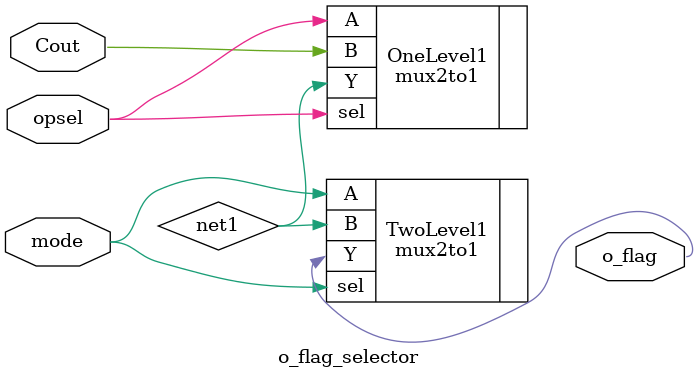
<source format=sv>
`timescale 1ns / 1ps


module o_flag_selector(
    input logic opsel,
    input logic Cout,
    input logic mode,
    output logic o_flag
    );
    
    wire net1;
    
    mux2to1 OneLevel1(
        .A(opsel),
        .B(Cout),
        .sel(opsel),
        .Y(net1)
    );
    
    mux2to1 TwoLevel1(
        .A(mode),
        .B(net1),
        .sel(mode),
        .Y(o_flag)
    );
    
endmodule

</source>
